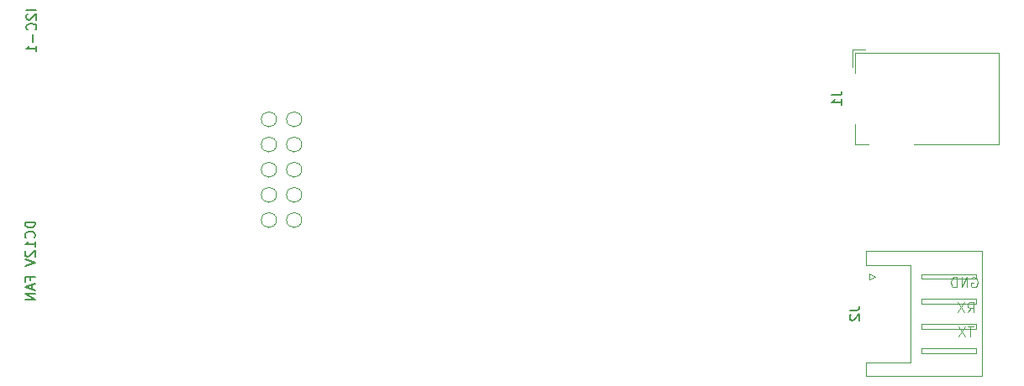
<source format=gbr>
%TF.GenerationSoftware,KiCad,Pcbnew,8.0.9-8.0.9-0~ubuntu22.04.1*%
%TF.CreationDate,2025-06-27T15:10:22+09:00*%
%TF.ProjectId,M302N,4d333032-4e2e-46b6-9963-61645f706362,2.00*%
%TF.SameCoordinates,Original*%
%TF.FileFunction,Legend,Bot*%
%TF.FilePolarity,Positive*%
%FSLAX46Y46*%
G04 Gerber Fmt 4.6, Leading zero omitted, Abs format (unit mm)*
G04 Created by KiCad (PCBNEW 8.0.9-8.0.9-0~ubuntu22.04.1) date 2025-06-27 15:10:22*
%MOMM*%
%LPD*%
G01*
G04 APERTURE LIST*
%ADD10C,0.120000*%
%ADD11C,0.150000*%
G04 APERTURE END LIST*
D10*
X166878529Y-98931379D02*
X167211862Y-98455188D01*
X167449957Y-98931379D02*
X167449957Y-97931379D01*
X167449957Y-97931379D02*
X167069005Y-97931379D01*
X167069005Y-97931379D02*
X166973767Y-97978998D01*
X166973767Y-97978998D02*
X166926148Y-98026617D01*
X166926148Y-98026617D02*
X166878529Y-98121855D01*
X166878529Y-98121855D02*
X166878529Y-98264712D01*
X166878529Y-98264712D02*
X166926148Y-98359950D01*
X166926148Y-98359950D02*
X166973767Y-98407569D01*
X166973767Y-98407569D02*
X167069005Y-98455188D01*
X167069005Y-98455188D02*
X167449957Y-98455188D01*
X166545195Y-97931379D02*
X165878529Y-98931379D01*
X165878529Y-97931379D02*
X166545195Y-98931379D01*
X167465814Y-100344379D02*
X166894386Y-100344379D01*
X167180100Y-101344379D02*
X167180100Y-100344379D01*
X166656290Y-100344379D02*
X165989624Y-101344379D01*
X165989624Y-100344379D02*
X166656290Y-101344379D01*
X167307148Y-95438998D02*
X167402386Y-95391379D01*
X167402386Y-95391379D02*
X167545243Y-95391379D01*
X167545243Y-95391379D02*
X167688100Y-95438998D01*
X167688100Y-95438998D02*
X167783338Y-95534236D01*
X167783338Y-95534236D02*
X167830957Y-95629474D01*
X167830957Y-95629474D02*
X167878576Y-95819950D01*
X167878576Y-95819950D02*
X167878576Y-95962807D01*
X167878576Y-95962807D02*
X167830957Y-96153283D01*
X167830957Y-96153283D02*
X167783338Y-96248521D01*
X167783338Y-96248521D02*
X167688100Y-96343760D01*
X167688100Y-96343760D02*
X167545243Y-96391379D01*
X167545243Y-96391379D02*
X167450005Y-96391379D01*
X167450005Y-96391379D02*
X167307148Y-96343760D01*
X167307148Y-96343760D02*
X167259529Y-96296140D01*
X167259529Y-96296140D02*
X167259529Y-95962807D01*
X167259529Y-95962807D02*
X167450005Y-95962807D01*
X166830957Y-96391379D02*
X166830957Y-95391379D01*
X166830957Y-95391379D02*
X166259529Y-96391379D01*
X166259529Y-96391379D02*
X166259529Y-95391379D01*
X165783338Y-96391379D02*
X165783338Y-95391379D01*
X165783338Y-95391379D02*
X165545243Y-95391379D01*
X165545243Y-95391379D02*
X165402386Y-95438998D01*
X165402386Y-95438998D02*
X165307148Y-95534236D01*
X165307148Y-95534236D02*
X165259529Y-95629474D01*
X165259529Y-95629474D02*
X165211910Y-95819950D01*
X165211910Y-95819950D02*
X165211910Y-95962807D01*
X165211910Y-95962807D02*
X165259529Y-96153283D01*
X165259529Y-96153283D02*
X165307148Y-96248521D01*
X165307148Y-96248521D02*
X165402386Y-96343760D01*
X165402386Y-96343760D02*
X165545243Y-96391379D01*
X165545243Y-96391379D02*
X165783338Y-96391379D01*
D11*
X72971819Y-89821238D02*
X71971819Y-89821238D01*
X71971819Y-89821238D02*
X71971819Y-90059333D01*
X71971819Y-90059333D02*
X72019438Y-90202190D01*
X72019438Y-90202190D02*
X72114676Y-90297428D01*
X72114676Y-90297428D02*
X72209914Y-90345047D01*
X72209914Y-90345047D02*
X72400390Y-90392666D01*
X72400390Y-90392666D02*
X72543247Y-90392666D01*
X72543247Y-90392666D02*
X72733723Y-90345047D01*
X72733723Y-90345047D02*
X72828961Y-90297428D01*
X72828961Y-90297428D02*
X72924200Y-90202190D01*
X72924200Y-90202190D02*
X72971819Y-90059333D01*
X72971819Y-90059333D02*
X72971819Y-89821238D01*
X72876580Y-91392666D02*
X72924200Y-91345047D01*
X72924200Y-91345047D02*
X72971819Y-91202190D01*
X72971819Y-91202190D02*
X72971819Y-91106952D01*
X72971819Y-91106952D02*
X72924200Y-90964095D01*
X72924200Y-90964095D02*
X72828961Y-90868857D01*
X72828961Y-90868857D02*
X72733723Y-90821238D01*
X72733723Y-90821238D02*
X72543247Y-90773619D01*
X72543247Y-90773619D02*
X72400390Y-90773619D01*
X72400390Y-90773619D02*
X72209914Y-90821238D01*
X72209914Y-90821238D02*
X72114676Y-90868857D01*
X72114676Y-90868857D02*
X72019438Y-90964095D01*
X72019438Y-90964095D02*
X71971819Y-91106952D01*
X71971819Y-91106952D02*
X71971819Y-91202190D01*
X71971819Y-91202190D02*
X72019438Y-91345047D01*
X72019438Y-91345047D02*
X72067057Y-91392666D01*
X72971819Y-92345047D02*
X72971819Y-91773619D01*
X72971819Y-92059333D02*
X71971819Y-92059333D01*
X71971819Y-92059333D02*
X72114676Y-91964095D01*
X72114676Y-91964095D02*
X72209914Y-91868857D01*
X72209914Y-91868857D02*
X72257533Y-91773619D01*
X72067057Y-92726000D02*
X72019438Y-92773619D01*
X72019438Y-92773619D02*
X71971819Y-92868857D01*
X71971819Y-92868857D02*
X71971819Y-93106952D01*
X71971819Y-93106952D02*
X72019438Y-93202190D01*
X72019438Y-93202190D02*
X72067057Y-93249809D01*
X72067057Y-93249809D02*
X72162295Y-93297428D01*
X72162295Y-93297428D02*
X72257533Y-93297428D01*
X72257533Y-93297428D02*
X72400390Y-93249809D01*
X72400390Y-93249809D02*
X72971819Y-92678381D01*
X72971819Y-92678381D02*
X72971819Y-93297428D01*
X71971819Y-93583143D02*
X72971819Y-93916476D01*
X72971819Y-93916476D02*
X71971819Y-94249809D01*
X72448009Y-95678381D02*
X72448009Y-95345048D01*
X72971819Y-95345048D02*
X71971819Y-95345048D01*
X71971819Y-95345048D02*
X71971819Y-95821238D01*
X72686104Y-96154572D02*
X72686104Y-96630762D01*
X72971819Y-96059334D02*
X71971819Y-96392667D01*
X71971819Y-96392667D02*
X72971819Y-96726000D01*
X72971819Y-97059334D02*
X71971819Y-97059334D01*
X71971819Y-97059334D02*
X72971819Y-97630762D01*
X72971819Y-97630762D02*
X71971819Y-97630762D01*
X73098819Y-68413572D02*
X72098819Y-68413572D01*
X72194057Y-68842143D02*
X72146438Y-68889762D01*
X72146438Y-68889762D02*
X72098819Y-68985000D01*
X72098819Y-68985000D02*
X72098819Y-69223095D01*
X72098819Y-69223095D02*
X72146438Y-69318333D01*
X72146438Y-69318333D02*
X72194057Y-69365952D01*
X72194057Y-69365952D02*
X72289295Y-69413571D01*
X72289295Y-69413571D02*
X72384533Y-69413571D01*
X72384533Y-69413571D02*
X72527390Y-69365952D01*
X72527390Y-69365952D02*
X73098819Y-68794524D01*
X73098819Y-68794524D02*
X73098819Y-69413571D01*
X73003580Y-70413571D02*
X73051200Y-70365952D01*
X73051200Y-70365952D02*
X73098819Y-70223095D01*
X73098819Y-70223095D02*
X73098819Y-70127857D01*
X73098819Y-70127857D02*
X73051200Y-69985000D01*
X73051200Y-69985000D02*
X72955961Y-69889762D01*
X72955961Y-69889762D02*
X72860723Y-69842143D01*
X72860723Y-69842143D02*
X72670247Y-69794524D01*
X72670247Y-69794524D02*
X72527390Y-69794524D01*
X72527390Y-69794524D02*
X72336914Y-69842143D01*
X72336914Y-69842143D02*
X72241676Y-69889762D01*
X72241676Y-69889762D02*
X72146438Y-69985000D01*
X72146438Y-69985000D02*
X72098819Y-70127857D01*
X72098819Y-70127857D02*
X72098819Y-70223095D01*
X72098819Y-70223095D02*
X72146438Y-70365952D01*
X72146438Y-70365952D02*
X72194057Y-70413571D01*
X72717866Y-70842143D02*
X72717866Y-71604048D01*
X73098819Y-72604047D02*
X73098819Y-72032619D01*
X73098819Y-72318333D02*
X72098819Y-72318333D01*
X72098819Y-72318333D02*
X72241676Y-72223095D01*
X72241676Y-72223095D02*
X72336914Y-72127857D01*
X72336914Y-72127857D02*
X72384533Y-72032619D01*
X153214819Y-77010266D02*
X153929104Y-77010266D01*
X153929104Y-77010266D02*
X154071961Y-76962647D01*
X154071961Y-76962647D02*
X154167200Y-76867409D01*
X154167200Y-76867409D02*
X154214819Y-76724552D01*
X154214819Y-76724552D02*
X154214819Y-76629314D01*
X154214819Y-78010266D02*
X154214819Y-77438838D01*
X154214819Y-77724552D02*
X153214819Y-77724552D01*
X153214819Y-77724552D02*
X153357676Y-77629314D01*
X153357676Y-77629314D02*
X153452914Y-77534076D01*
X153452914Y-77534076D02*
X153500533Y-77438838D01*
X155009619Y-98726666D02*
X155723904Y-98726666D01*
X155723904Y-98726666D02*
X155866761Y-98679047D01*
X155866761Y-98679047D02*
X155962000Y-98583809D01*
X155962000Y-98583809D02*
X156009619Y-98440952D01*
X156009619Y-98440952D02*
X156009619Y-98345714D01*
X155104857Y-99155238D02*
X155057238Y-99202857D01*
X155057238Y-99202857D02*
X155009619Y-99298095D01*
X155009619Y-99298095D02*
X155009619Y-99536190D01*
X155009619Y-99536190D02*
X155057238Y-99631428D01*
X155057238Y-99631428D02*
X155104857Y-99679047D01*
X155104857Y-99679047D02*
X155200095Y-99726666D01*
X155200095Y-99726666D02*
X155295333Y-99726666D01*
X155295333Y-99726666D02*
X155438190Y-99679047D01*
X155438190Y-99679047D02*
X156009619Y-99107619D01*
X156009619Y-99107619D02*
X156009619Y-99726666D01*
D10*
%TO.C,U1*%
X97282000Y-79451200D02*
G75*
G02*
X95758000Y-79451200I-762000J0D01*
G01*
X95758000Y-79451200D02*
G75*
G02*
X97282000Y-79451200I762000J0D01*
G01*
X97282000Y-81991200D02*
G75*
G02*
X95758000Y-81991200I-762000J0D01*
G01*
X95758000Y-81991200D02*
G75*
G02*
X97282000Y-81991200I762000J0D01*
G01*
X97282000Y-84531200D02*
G75*
G02*
X95758000Y-84531200I-762000J0D01*
G01*
X95758000Y-84531200D02*
G75*
G02*
X97282000Y-84531200I762000J0D01*
G01*
X97282000Y-87071200D02*
G75*
G02*
X95758000Y-87071200I-762000J0D01*
G01*
X95758000Y-87071200D02*
G75*
G02*
X97282000Y-87071200I762000J0D01*
G01*
X97282000Y-89611200D02*
G75*
G02*
X95758000Y-89611200I-762000J0D01*
G01*
X95758000Y-89611200D02*
G75*
G02*
X97282000Y-89611200I762000J0D01*
G01*
X99822000Y-79451200D02*
G75*
G02*
X98298000Y-79451200I-762000J0D01*
G01*
X98298000Y-79451200D02*
G75*
G02*
X99822000Y-79451200I762000J0D01*
G01*
X99822000Y-81991200D02*
G75*
G02*
X98298000Y-81991200I-762000J0D01*
G01*
X98298000Y-81991200D02*
G75*
G02*
X99822000Y-81991200I762000J0D01*
G01*
X99822000Y-84531200D02*
G75*
G02*
X98298000Y-84531200I-762000J0D01*
G01*
X98298000Y-84531200D02*
G75*
G02*
X99822000Y-84531200I762000J0D01*
G01*
X99822000Y-87071200D02*
G75*
G02*
X98298000Y-87071200I-762000J0D01*
G01*
X98298000Y-87071200D02*
G75*
G02*
X99822000Y-87071200I762000J0D01*
G01*
X99822000Y-89611200D02*
G75*
G02*
X98298000Y-89611200I-762000J0D01*
G01*
X98298000Y-89611200D02*
G75*
G02*
X99822000Y-89611200I762000J0D01*
G01*
%TO.C,J1*%
X155260000Y-72443600D02*
X155260000Y-74143600D01*
X155560000Y-72743600D02*
X170060000Y-72743600D01*
X155560000Y-74743600D02*
X155560000Y-72743600D01*
X155560000Y-81943600D02*
X155560000Y-79943600D01*
X156560000Y-72443600D02*
X155260000Y-72443600D01*
X156860000Y-81943600D02*
X155560000Y-81943600D01*
X170060000Y-72743600D02*
X170060000Y-81943600D01*
X170060000Y-81943600D02*
X161460000Y-81943600D01*
%TO.C,J2*%
X156644800Y-92750000D02*
X168364800Y-92750000D01*
X156644800Y-94170000D02*
X156644800Y-92750000D01*
X156644800Y-103950000D02*
X156644800Y-105370000D01*
X156644800Y-105370000D02*
X168364800Y-105370000D01*
X156954800Y-95010000D02*
X157554800Y-95310000D01*
X156954800Y-95610000D02*
X156954800Y-95010000D01*
X157554800Y-95310000D02*
X156954800Y-95610000D01*
X161144800Y-94170000D02*
X156644800Y-94170000D01*
X161144800Y-99060000D02*
X161144800Y-94170000D01*
X161144800Y-99060000D02*
X161144800Y-103950000D01*
X161144800Y-103950000D02*
X156644800Y-103950000D01*
X162254800Y-95060000D02*
X162254800Y-95560000D01*
X162254800Y-95560000D02*
X167754800Y-95560000D01*
X162254800Y-97560000D02*
X162254800Y-98060000D01*
X162254800Y-98060000D02*
X167754800Y-98060000D01*
X162254800Y-100060000D02*
X162254800Y-100560000D01*
X162254800Y-100560000D02*
X167754800Y-100560000D01*
X162254800Y-102560000D02*
X162254800Y-103060000D01*
X162254800Y-103060000D02*
X167754800Y-103060000D01*
X167754800Y-95060000D02*
X162254800Y-95060000D01*
X167754800Y-95560000D02*
X167754800Y-95060000D01*
X167754800Y-97560000D02*
X162254800Y-97560000D01*
X167754800Y-98060000D02*
X167754800Y-97560000D01*
X167754800Y-100060000D02*
X162254800Y-100060000D01*
X167754800Y-100560000D02*
X167754800Y-100060000D01*
X167754800Y-102560000D02*
X162254800Y-102560000D01*
X167754800Y-103060000D02*
X167754800Y-102560000D01*
X168364800Y-92750000D02*
X168364800Y-99060000D01*
X168364800Y-105370000D02*
X168364800Y-99060000D01*
%TD*%
M02*

</source>
